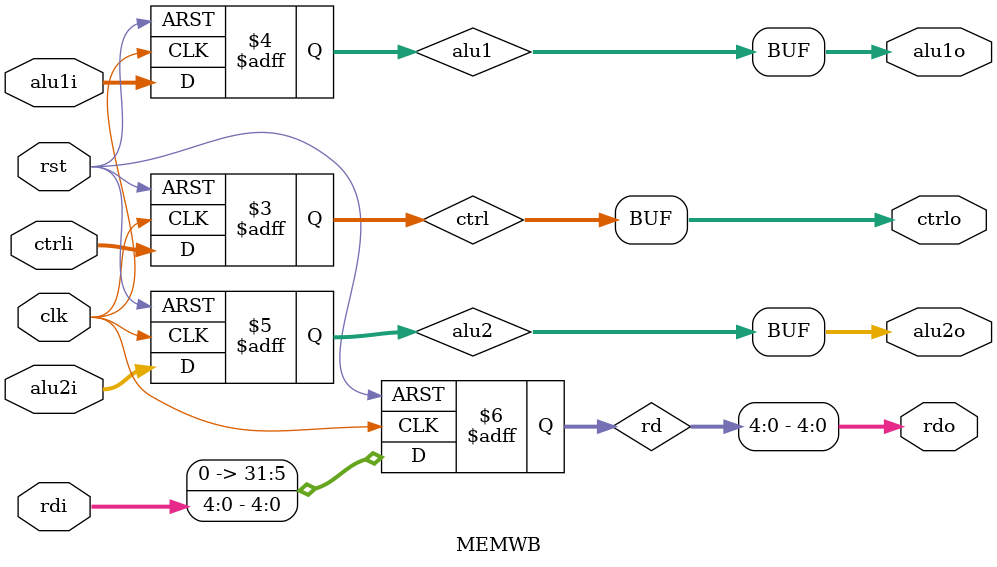
<source format=v>
module MEMWB(rst, clk, ctrli, alu1i, alu2i, rdi, ctrlo, alu1o, alu2o, rdo);
input rst, clk;
input[1:0] ctrli;
input[31:0] alu1i, alu2i;
input[4:0] rdi;
output[1:0] ctrlo;
output[31:0] alu1o, alu2o;
output[4:0] rdo;

reg[1:0] ctrl;
reg[31:0] alu1, alu2, rd;

assign ctrlo=ctrl;
assign alu1o=alu1;
assign alu2o=alu2;
assign rdo=rd;

always@(posedge clk or negedge rst)begin
	if(~rst)begin
		ctrl<=2'b0;
		alu1<=32'b0;
		alu2<=32'b0;
		rd<=32'b0;
	end
	else begin
		ctrl<=ctrli;
		alu1<=alu1i;
		alu2<=alu2i;
		rd<=rdi;
	end
end

endmodule

</source>
